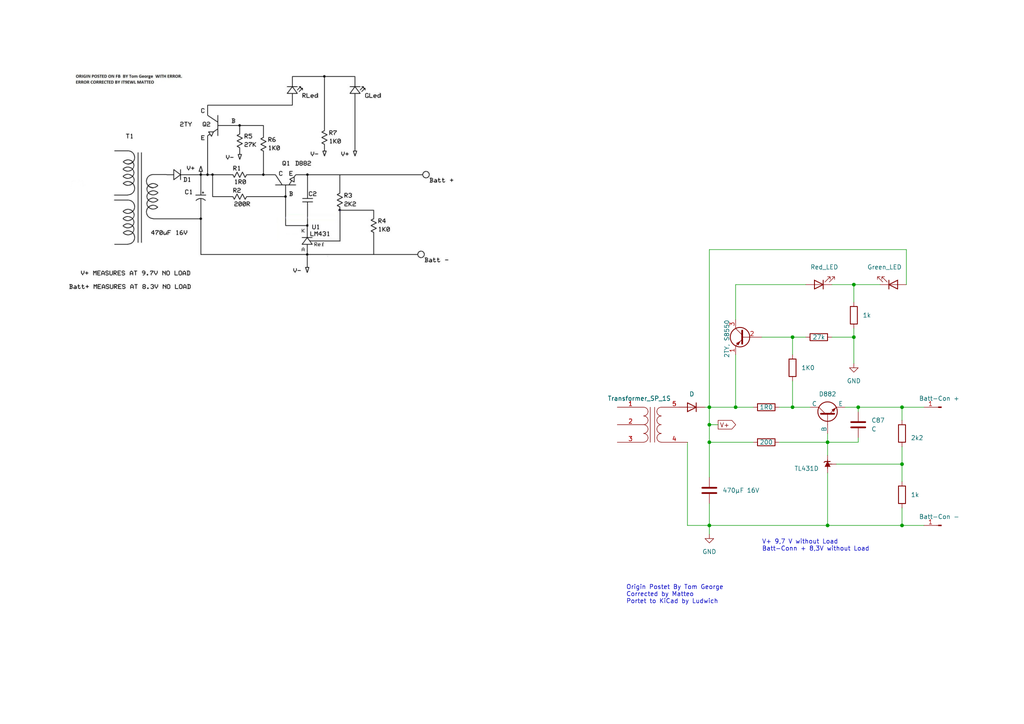
<source format=kicad_sch>
(kicad_sch (version 20230121) (generator eeschema)
  (paper "A4")
  (title_block (title "UV-K5 Charger") (rev "Ludwich"))
  (lib_symbols
    (symbol "Connector:Conn_01x01_Pin" (pin_names (offset 1.016) hide)
      (property "Reference" "J" (at 0 2.54 0))
      (property "Value" "Conn_01x01_Pin" (at 0 -2.54 0))
      (symbol "Conn_01x01_Pin_1_1"
        (polyline (pts (xy 1.27 0) (xy 0.8636 0)) (stroke (width 0.1524)))
        (rectangle (start 0.8636 0.127) (end 0 -0.127) (stroke (width 0.1524)) (fill (type outline)))
        (pin passive line (at 5.08 0 180) (length 3.81) (name "Pin_1") (number "1"))
      )
    )
    (symbol "Device:C" (pin_numbers hide) (pin_names (offset 0.254))
      (property "Reference" "C" (at 0.635 2.54 0))
      (property "Value" "C" (at 0.635 -2.54 0))
      (symbol "C_0_1"
        (polyline (pts (xy -2.032 -0.762) (xy 2.032 -0.762)) (stroke (width 0.508)))
        (polyline (pts (xy -2.032 0.762) (xy 2.032 0.762)) (stroke (width 0.508)))
      )
      (symbol "C_1_1"
        (pin passive line (at 0 3.81 270) (length 2.794) (name "~") (number "1"))
        (pin passive line (at 0 -3.81 90) (length 2.794) (name "~") (number "2"))
      )
    )
    (symbol "Device:D" (pin_numbers hide) (pin_names (offset 1.016) hide)
      (property "Reference" "D" (at 0 2.54 0))
      (property "Value" "D" (at 0 -2.54 0))
      (symbol "D_0_1"
        (polyline (pts (xy -1.27 1.27) (xy -1.27 -1.27)) (stroke (width 0.254)))
        (polyline (pts (xy 1.27 0) (xy -1.27 0)))
        (polyline (pts (xy 1.27 1.27) (xy 1.27 -1.27) (xy -1.27 0) (xy 1.27 1.27)) (stroke (width 0.254)))
      )
      (symbol "D_1_1"
        (pin passive line (at -3.81 0 0) (length 2.54) (name "K") (number "1"))
        (pin passive line (at 3.81 0 180) (length 2.54) (name "A") (number "2"))
      )
    )
    (symbol "Device:LED" (pin_numbers hide) (pin_names (offset 1.016) hide)
      (property "Reference" "D" (at 0 2.54 0))
      (property "Value" "LED" (at 0 -2.54 0))
      (symbol "LED_0_1"
        (polyline (pts (xy -1.27 -1.27) (xy -1.27 1.27)) (stroke (width 0.254)))
        (polyline (pts (xy -1.27 0) (xy 1.27 0)))
        (polyline (pts (xy 1.27 -1.27) (xy 1.27 1.27) (xy -1.27 0) (xy 1.27 -1.27)) (stroke (width 0.254)))
        (polyline (pts (xy -3.048 -0.762) (xy -4.572 -2.286) (xy -3.81 -2.286) (xy -4.572 -2.286) (xy -4.572 -1.524)))
        (polyline (pts (xy -1.778 -0.762) (xy -3.302 -2.286) (xy -2.54 -2.286) (xy -3.302 -2.286) (xy -3.302 -1.524)))
      )
      (symbol "LED_1_1"
        (pin passive line (at -3.81 0 0) (length 2.54) (name "K") (number "1"))
        (pin passive line (at 3.81 0 180) (length 2.54) (name "A") (number "2"))
      )
    )
    (symbol "Device:Q_PNP_EBC" (pin_names (offset 0) hide)
      (property "Reference" "Q" (at 5.08 1.27 0))
      (property "Value" "Q_PNP_EBC" (at 5.08 -1.27 0))
      (symbol "Q_PNP_EBC_0_1"
        (polyline (pts (xy 0.635 0.635) (xy 2.54 2.54)))
        (polyline (pts (xy 0.635 -0.635) (xy 2.54 -2.54) (xy 2.54 -2.54)))
        (polyline (pts (xy 0.635 1.905) (xy 0.635 -1.905) (xy 0.635 -1.905)) (stroke (width 0.508)))
        (polyline (pts (xy 2.286 -1.778) (xy 1.778 -2.286) (xy 1.27 -1.27) (xy 2.286 -1.778) (xy 2.286 -1.778)) (fill (type outline)))
        (circle (center 1.27 0) (radius 2.8194) (stroke (width 0.254)))
      )
      (symbol "Q_PNP_EBC_1_1"
        (pin passive line (at 2.54 -5.08 90) (length 2.54) (name "E") (number "1"))
        (pin input line (at -5.08 0 0) (length 5.715) (name "B") (number "2"))
        (pin passive line (at 2.54 5.08 270) (length 2.54) (name "C") (number "3"))
      )
    )
    (symbol "Device:R" (pin_numbers hide) (pin_names (offset 0))
      (property "Reference" "R" (at 2.032 0 90))
      (property "Value" "R" (at 0 0 90))
      (symbol "R_0_1"
        (rectangle (start -1.016 -2.54) (end 1.016 2.54) (stroke (width 0.254)))
      )
      (symbol "R_1_1"
        (pin passive line (at 0 3.81 270) (length 1.27) (name "~") (number "1"))
        (pin passive line (at 0 -3.81 90) (length 1.27) (name "~") (number "2"))
      )
    )
    (symbol "Device:Transformer_SP_1S" (pin_names (offset 1.016) hide)
      (property "Reference" "T" (at 0 6.35 0))
      (property "Value" "Transformer_SP_1S" (at 0 -7.62 0))
      (symbol "Transformer_SP_1S_0_1"
        (arc (start -2.54 -5.0546) (mid -1.6599 -4.6901) (end -1.27 -3.81))
        (arc (start -2.54 -2.5146) (mid -1.6599 -2.1501) (end -1.27 -1.27))
        (arc (start -2.54 0.0254) (mid -1.6599 0.3899) (end -1.27 1.27))
        (arc (start -2.54 2.5654) (mid -1.6599 2.9299) (end -1.27 3.81))
        (arc (start -1.27 -3.81) (mid -1.642 -2.912) (end -2.54 -2.54))
        (arc (start -1.27 -1.27) (mid -1.642 -0.372) (end -2.54 0))
        (arc (start -1.27 1.27) (mid -1.642 2.168) (end -2.54 2.54))
        (arc (start -1.27 3.81) (mid -1.642 4.708) (end -2.54 5.08))
        (polyline (pts (xy -0.635 5.08) (xy -0.635 -5.08)))
        (polyline (pts (xy 0.635 -5.08) (xy 0.635 5.08)))
        (arc (start 1.2954 -1.27) (mid 1.6599 -2.1501) (end 2.54 -2.5146))
        (arc (start 1.2954 1.27) (mid 1.6599 0.3899) (end 2.54 0.0254))
        (arc (start 1.2954 3.81) (mid 1.6599 2.9299) (end 2.54 2.5654))
        (arc (start 1.3208 -3.81) (mid 1.6853 -4.6901) (end 2.5654 -5.0546))
        (arc (start 2.54 0) (mid 1.642 -0.372) (end 1.2954 -1.27))
        (arc (start 2.54 2.54) (mid 1.642 2.168) (end 1.2954 1.27))
        (arc (start 2.54 5.08) (mid 1.642 4.708) (end 1.2954 3.81))
        (arc (start 2.5654 -2.54) (mid 1.6674 -2.912) (end 1.3208 -3.81))
      )
      (symbol "Transformer_SP_1S_1_1"
        (pin passive line (at -10.16 5.08 0) (length 7.62) (name "PR1") (number "1"))
        (pin passive line (at -10.16 0 0) (length 7.62) (name "PM") (number "2"))
        (pin passive line (at -10.16 -5.08 0) (length 7.62) (name "PR2") (number "3"))
        (pin passive line (at 10.16 -5.08 180) (length 7.62) (name "S1") (number "4"))
        (pin passive line (at 10.16 5.08 180) (length 7.62) (name "S2") (number "5"))
      )
    )
    (symbol "Reference_Voltage:TL431D" (pin_numbers hide) (pin_names hide)
      (property "Reference" "U" (at 0 -2.54 0))
      (property "Value" "TL431D" (at 0 -4.445 0))
      (symbol "TL431D_0_1"
        (polyline (pts (xy -1.27 0) (xy 0 0) (xy 1.27 0)))
        (polyline (pts (xy -0.762 0.762) (xy 0.762 0) (xy -0.762 -0.762)) (fill (type outline)))
        (polyline (pts (xy 0.508 -1.016) (xy 0.762 -0.762) (xy 0.762 0.762) (xy 0.762 0.762)) (stroke (width 0.254)))
      )
      (symbol "TL431D_1_1"
        (polyline (pts (xy 0 1.27) (xy 0 0)))
        (pin passive line (at 2.54 0 180) (length 2.54) (name "K") (number "1"))
        (pin passive line (at -2.54 0 0) (length 2.54) (name "A") (number "2"))
        (pin passive line (at -2.54 0 0) (length 2.54) hide (name "A") (number "3"))
        (pin passive line (at -2.54 0 0) (length 2.54) hide (name "A") (number "6"))
        (pin passive line (at -2.54 0 0) (length 2.54) hide (name "A") (number "7"))
        (pin passive line (at 0 2.54 270) (length 2.54) (name "REF") (number "8"))
      )
    )
    (symbol "Simulation_SPICE:NPN" (pin_numbers hide) (pin_names (offset 0))
      (property "Reference" "Q" (at -2.54 7.62 0))
      (property "Value" "NPN" (at -2.54 5.08 0))
      (symbol "NPN_0_1"
        (polyline (pts (xy -2.54 0) (xy 0.635 0)) (stroke (width 0.1524)))
        (polyline (pts (xy 0.635 0.635) (xy 2.54 2.54)))
        (polyline (pts (xy 2.794 -1.27) (xy 2.794 -1.27)) (stroke (width 0.1524)))
        (polyline (pts (xy 2.794 -1.27) (xy 2.794 -1.27)) (stroke (width 0.1524)))
        (polyline (pts (xy 0.635 -0.635) (xy 2.54 -2.54) (xy 2.54 -2.54)))
        (polyline (pts (xy 0.635 1.905) (xy 0.635 -1.905) (xy 0.635 -1.905)) (stroke (width 0.508)))
        (polyline (pts (xy 1.27 -1.778) (xy 1.778 -1.27) (xy 2.286 -2.286) (xy 1.27 -1.778) (xy 1.27 -1.778)) (fill (type outline)))
        (circle (center 1.27 0) (radius 2.8194) (stroke (width 0.254)))
      )
      (symbol "NPN_1_1"
        (pin open_collector line (at 2.54 5.08 270) (length 2.54) (name "C") (number "1"))
        (pin input line (at -5.08 0 0) (length 2.54) (name "B") (number "2"))
        (pin open_emitter line (at 2.54 -5.08 90) (length 2.54) (name "E") (number "3"))
      )
    )
    (symbol "power:GND" (power) (pin_names (offset 0))
      (property "Value" "GND" (at 0 -3.81 0))
      (symbol "GND_0_1"
        (polyline (pts (xy 0 0) (xy 0 -1.27) (xy 1.27 -1.27) (xy 0 -2.54) (xy -1.27 -1.27) (xy 0 -1.27)))
      )
      (symbol "GND_1_1"
        (pin power_in line (at 0 0 270) (length 0) hide (name "GND") (number "1"))
      )
    )
  )
  (junction (at 229.87 118.11))
  (junction (at 261.62 152.4))
  (junction (at 213.36 118.11))
  (junction (at 247.65 82.55))
  (junction (at 240.03 128.27))
  (junction (at 247.65 97.79))
  (junction (at 205.74 152.4))
  (junction (at 205.74 123.19))
  (junction (at 229.87 97.79))
  (junction (at 240.03 152.4))
  (junction (at 248.92 118.11))
  (junction (at 205.74 128.27))
  (junction (at 261.62 118.11))
  (junction (at 261.62 134.62))
  (junction (at 205.74 118.11))
  (wire (pts (xy 213.36 82.55) (xy 233.68 82.55)))
  (wire (pts (xy 247.65 95.25) (xy 247.65 97.79)))
  (wire (pts (xy 213.36 118.11) (xy 218.44 118.11)))
  (wire (pts (xy 240.03 128.27) (xy 240.03 132.08)))
  (wire (pts (xy 248.92 118.11) (xy 261.62 118.11)))
  (wire (pts (xy 262.89 72.39) (xy 205.74 72.39)))
  (wire (pts (xy 241.3 82.55) (xy 247.65 82.55)))
  (wire (pts (xy 199.39 152.4) (xy 205.74 152.4)))
  (wire (pts (xy 261.62 118.11) (xy 267.97 118.11)))
  (wire (pts (xy 261.62 118.11) (xy 261.62 121.92)))
  (wire (pts (xy 248.92 128.27) (xy 248.92 127)))
  (wire (pts (xy 220.98 97.79) (xy 229.87 97.79)))
  (wire (pts (xy 205.74 123.19) (xy 205.74 128.27)))
  (wire (pts (xy 240.03 152.4) (xy 261.62 152.4)))
  (wire (pts (xy 205.74 152.4) (xy 240.03 152.4)))
  (wire (pts (xy 262.89 82.55) (xy 262.89 72.39)))
  (wire (pts (xy 240.03 137.16) (xy 240.03 152.4)))
  (wire (pts (xy 205.74 118.11) (xy 213.36 118.11)))
  (wire (pts (xy 226.06 128.27) (xy 240.03 128.27)))
  (wire (pts (xy 229.87 97.79) (xy 229.87 102.87)))
  (wire (pts (xy 199.39 128.27) (xy 199.39 152.4)))
  (wire (pts (xy 248.92 119.38) (xy 248.92 118.11)))
  (wire (pts (xy 205.74 128.27) (xy 218.44 128.27)))
  (wire (pts (xy 247.65 82.55) (xy 255.27 82.55)))
  (wire (pts (xy 205.74 128.27) (xy 205.74 138.43)))
  (wire (pts (xy 226.06 118.11) (xy 229.87 118.11)))
  (wire (pts (xy 241.3 97.79) (xy 247.65 97.79)))
  (wire (pts (xy 261.62 152.4) (xy 267.97 152.4)))
  (wire (pts (xy 213.36 82.55) (xy 213.36 92.71)))
  (wire (pts (xy 205.74 118.11) (xy 205.74 123.19)))
  (wire (pts (xy 247.65 82.55) (xy 247.65 87.63)))
  (wire (pts (xy 205.74 146.05) (xy 205.74 152.4)))
  (wire (pts (xy 261.62 129.54) (xy 261.62 134.62)))
  (wire (pts (xy 204.47 118.11) (xy 205.74 118.11)))
  (wire (pts (xy 261.62 147.32) (xy 261.62 152.4)))
  (wire (pts (xy 229.87 110.49) (xy 229.87 118.11)))
  (wire (pts (xy 229.87 118.11) (xy 234.95 118.11)))
  (wire (pts (xy 213.36 102.87) (xy 213.36 118.11)))
  (wire (pts (xy 240.03 125.73) (xy 240.03 128.27)))
  (wire (pts (xy 229.87 97.79) (xy 233.68 97.79)))
  (wire (pts (xy 205.74 72.39) (xy 205.74 118.11)))
  (wire (pts (xy 205.74 123.19) (xy 208.28 123.19)))
  (wire (pts (xy 261.62 134.62) (xy 261.62 139.7)))
  (wire (pts (xy 240.03 128.27) (xy 248.92 128.27)))
  (wire (pts (xy 205.74 152.4) (xy 205.74 154.94)))
  (wire (pts (xy 247.65 97.79) (xy 247.65 105.41)))
  (wire (pts (xy 242.57 134.62) (xy 261.62 134.62)))
  (wire (pts (xy 245.11 118.11) (xy 248.92 118.11)))
  (image (at 78.74 53.34) (scale 1.12105))
  (text "V+ 9,7 V without Load\nBatt-Conn + 8,3V without Load" (at 220.98 160.02 0) (effects (font (size 1.27 1.27)) (justify left bottom)))
  (text "Origin Postet By Tom George\nCorrected by Matteo\nPortet to KiCad by Ludwich" (at 181.61 175.26 0) (effects (font (size 1.27 1.27)) (justify left bottom)))
  (global_label "V+" (shape output) (at 208.28 123.19 0) (property "Intersheetrefs" "${INTERSHEET_REFS}" (at 213.8468 123.19 0) (effects (justify left))))
  (symbol (lib_id "Simulation_SPICE:NPN") (at 240.03 120.65 90) (unit 1)
    (property "Reference" "Q31" (effects hide))
    (property "Value" "D882" (at 240.03 114.3 90))
    (property "Sim.Device" "NPN" (effects hide))
    (property "Sim.Type" "GUMMELPOON" (effects hide))
    (property "Sim.Pins" "1=C 2=B 3=E" (effects hide))
  )
  (symbol (lib_id "Device:R") (at 247.65 91.44 0) (unit 1)
    (property "Reference" "R49" (effects hide))
    (property "Value" "1k" (at 250.19 91.44 0) (effects (justify left)))
  )
  (symbol (lib_id "Device:R") (at 222.25 128.27 90) (unit 1)
    (property "Reference" "R52" (effects hide))
    (property "Value" "200" (at 222.25 128.27 90))
  )
  (symbol (lib_id "Device:R") (at 222.25 118.11 90) (unit 1)
    (property "Reference" "R50" (effects hide))
    (property "Value" "1R0" (at 222.25 118.11 90))
  )
  (symbol (lib_id "power:GND") (at 247.65 105.41 0) (unit 1)
    (property "Reference" "#PWR080" (effects hide))
    (property "Value" "GND" (at 247.65 110.49 0))
  )
  (symbol (lib_id "Device:R") (at 237.49 97.79 90) (unit 1)
    (property "Reference" "R51" (effects hide))
    (property "Value" "27k" (at 237.49 97.79 90))
  )
  (symbol (lib_id "Device:R") (at 229.87 106.68 0) (unit 1)
    (property "Reference" "r" (effects hide))
    (property "Value" "1K0" (at 232.41 106.68 0) (effects (justify left)))
  )
  (symbol (lib_id "Device:LED") (at 259.08 82.55 0) (mirror x) (unit 1)
    (property "Reference" "D44" (effects hide))
    (property "Value" "Green_LED" (at 256.54 77.47 0))
  )
  (symbol (lib_id "Reference_Voltage:TL431D") (at 240.03 134.62 270) (mirror x) (unit 1)
    (property "Reference" "U23" (effects hide))
    (property "Value" "TL431D" (at 237.49 135.89 90) (effects (justify right)))
    (property "Footprint" "Package_SO:SOIC-8_3.9x4.9mm_P1.27mm" (effects hide))
    (property "Datasheet" "http://www.ti.com/lit/ds/symlink/tl431.pdf" (effects hide))
  )
  (symbol (lib_id "Connector:Conn_01x01_Pin") (at 273.05 152.4 180) (unit 1)
    (property "Reference" "J29" (effects hide))
    (property "Value" "Batt-Con -" (at 272.415 149.86 0))
  )
  (symbol (lib_id "Device:Q_PNP_EBC") (at 215.9 97.79 0) (mirror y) (unit 1)
    (property "Reference" "Q30" (effects hide))
    (property "Value" "2TY, S8550" (at 210.82 92.71 90) (effects (justify right)))
  )
  (symbol (lib_id "power:GND") (at 205.74 154.94 0) (unit 1)
    (property "Reference" "#PWR081" (effects hide))
    (property "Value" "GND" (at 205.74 160.02 0))
  )
  (symbol (lib_id "Device:R") (at 261.62 143.51 0) (unit 1)
    (property "Reference" "R47" (effects hide))
    (property "Value" "1k" (at 264.16 143.51 0) (effects (justify left)))
  )
  (symbol (lib_id "Device:Transformer_SP_1S") (at 189.23 123.19 0) (unit 1)
    (property "Reference" "T21" (effects hide))
    (property "Value" "Transformer_SP_1S" (at 185.42 115.57 0))
  )
  (symbol (lib_id "Device:C") (at 205.74 142.24 0) (unit 1)
    (property "Reference" "C86" (effects hide))
    (property "Value" "470µF 16V" (at 209.55 142.24 0) (effects (justify left)))
  )
  (symbol (lib_id "Device:LED") (at 237.49 82.55 180) (unit 1)
    (property "Reference" "D43" (effects hide))
    (property "Value" "Red_LED" (at 239.0775 77.47 0))
  )
  (symbol (lib_id "Device:C") (at 248.92 123.19 0) (unit 1)
    (property "Reference" "C87" (at 252.73 121.92 0) (effects (justify left)))
    (property "Value" "C" (at 252.73 124.46 0) (effects (justify left)))
  )
  (symbol (lib_id "Connector:Conn_01x01_Pin") (at 273.05 118.11 180) (unit 1)
    (property "Reference" "J28" (effects hide))
    (property "Value" "Batt-Con +" (at 272.415 115.57 0))
  )
  (symbol (lib_id "Device:R") (at 261.62 125.73 0) (unit 1)
    (property "Reference" "R53" (effects hide))
    (property "Value" "2k2" (at 264.16 127 0) (effects (justify left)))
  )
  (symbol (lib_id "Device:D") (at 200.66 118.11 180) (unit 1)
    (property "Reference" "D41" (effects hide))
    (property "Value" "D" (at 200.66 114.3 0))
    (property "Sim.Device" "D" (effects hide))
    (property "Sim.Pins" "1=K 2=A" (effects hide))
  )
)
</source>
